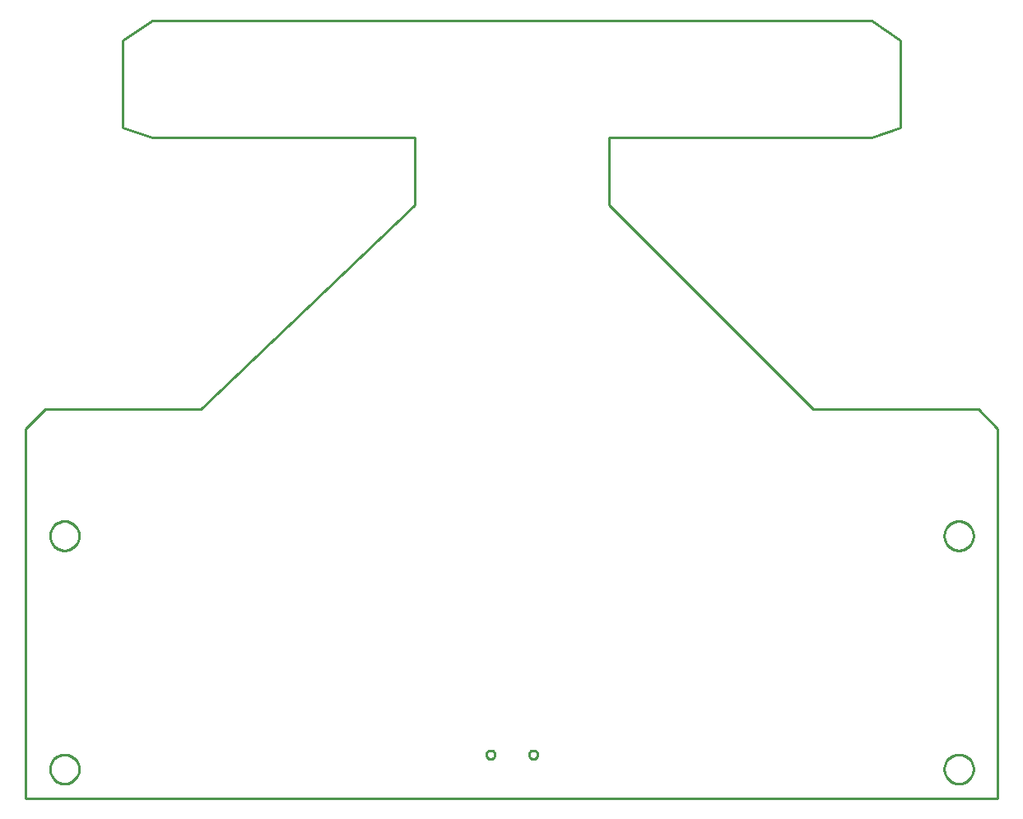
<source format=gbr>
G04 EAGLE Gerber RS-274X export*
G75*
%MOMM*%
%FSLAX34Y34*%
%LPD*%
%IN*%
%IPPOS*%
%AMOC8*
5,1,8,0,0,1.08239X$1,22.5*%
G01*
%ADD10C,0.254000*%


D10*
X0Y0D02*
X1000000Y0D01*
X1000000Y380000D01*
X980000Y400000D01*
X810000Y400000D01*
X600000Y610000D01*
X600000Y680000D01*
X870000Y680000D01*
X900000Y690000D01*
X900000Y780000D01*
X870000Y800000D01*
X130000Y800000D01*
X100000Y780000D01*
X100000Y690000D01*
X130000Y680000D01*
X400000Y680000D01*
X400000Y610000D01*
X180000Y400000D01*
X20000Y400000D01*
X0Y380000D01*
X0Y0D01*
X55000Y29464D02*
X54924Y28396D01*
X54771Y27335D01*
X54543Y26288D01*
X54241Y25260D01*
X53867Y24256D01*
X53422Y23281D01*
X52908Y22341D01*
X52329Y21440D01*
X51687Y20582D01*
X50985Y19772D01*
X50228Y19015D01*
X49418Y18313D01*
X48560Y17671D01*
X47659Y17092D01*
X46719Y16578D01*
X45744Y16133D01*
X44740Y15759D01*
X43712Y15457D01*
X42665Y15229D01*
X41604Y15076D01*
X40536Y15000D01*
X39464Y15000D01*
X38396Y15076D01*
X37335Y15229D01*
X36288Y15457D01*
X35260Y15759D01*
X34256Y16133D01*
X33281Y16578D01*
X32341Y17092D01*
X31440Y17671D01*
X30582Y18313D01*
X29772Y19015D01*
X29015Y19772D01*
X28313Y20582D01*
X27671Y21440D01*
X27092Y22341D01*
X26578Y23281D01*
X26133Y24256D01*
X25759Y25260D01*
X25457Y26288D01*
X25229Y27335D01*
X25076Y28396D01*
X25000Y29464D01*
X25000Y30536D01*
X25076Y31604D01*
X25229Y32665D01*
X25457Y33712D01*
X25759Y34740D01*
X26133Y35744D01*
X26578Y36719D01*
X27092Y37659D01*
X27671Y38560D01*
X28313Y39418D01*
X29015Y40228D01*
X29772Y40985D01*
X30582Y41687D01*
X31440Y42329D01*
X32341Y42908D01*
X33281Y43422D01*
X34256Y43867D01*
X35260Y44241D01*
X36288Y44543D01*
X37335Y44771D01*
X38396Y44924D01*
X39464Y45000D01*
X40536Y45000D01*
X41604Y44924D01*
X42665Y44771D01*
X43712Y44543D01*
X44740Y44241D01*
X45744Y43867D01*
X46719Y43422D01*
X47659Y42908D01*
X48560Y42329D01*
X49418Y41687D01*
X50228Y40985D01*
X50985Y40228D01*
X51687Y39418D01*
X52329Y38560D01*
X52908Y37659D01*
X53422Y36719D01*
X53867Y35744D01*
X54241Y34740D01*
X54543Y33712D01*
X54771Y32665D01*
X54924Y31604D01*
X55000Y30536D01*
X55000Y29464D01*
X55000Y269464D02*
X54924Y268396D01*
X54771Y267335D01*
X54543Y266288D01*
X54241Y265260D01*
X53867Y264256D01*
X53422Y263281D01*
X52908Y262341D01*
X52329Y261440D01*
X51687Y260582D01*
X50985Y259772D01*
X50228Y259015D01*
X49418Y258313D01*
X48560Y257671D01*
X47659Y257092D01*
X46719Y256578D01*
X45744Y256133D01*
X44740Y255759D01*
X43712Y255457D01*
X42665Y255229D01*
X41604Y255076D01*
X40536Y255000D01*
X39464Y255000D01*
X38396Y255076D01*
X37335Y255229D01*
X36288Y255457D01*
X35260Y255759D01*
X34256Y256133D01*
X33281Y256578D01*
X32341Y257092D01*
X31440Y257671D01*
X30582Y258313D01*
X29772Y259015D01*
X29015Y259772D01*
X28313Y260582D01*
X27671Y261440D01*
X27092Y262341D01*
X26578Y263281D01*
X26133Y264256D01*
X25759Y265260D01*
X25457Y266288D01*
X25229Y267335D01*
X25076Y268396D01*
X25000Y269464D01*
X25000Y270536D01*
X25076Y271604D01*
X25229Y272665D01*
X25457Y273712D01*
X25759Y274740D01*
X26133Y275744D01*
X26578Y276719D01*
X27092Y277659D01*
X27671Y278560D01*
X28313Y279418D01*
X29015Y280228D01*
X29772Y280985D01*
X30582Y281687D01*
X31440Y282329D01*
X32341Y282908D01*
X33281Y283422D01*
X34256Y283867D01*
X35260Y284241D01*
X36288Y284543D01*
X37335Y284771D01*
X38396Y284924D01*
X39464Y285000D01*
X40536Y285000D01*
X41604Y284924D01*
X42665Y284771D01*
X43712Y284543D01*
X44740Y284241D01*
X45744Y283867D01*
X46719Y283422D01*
X47659Y282908D01*
X48560Y282329D01*
X49418Y281687D01*
X50228Y280985D01*
X50985Y280228D01*
X51687Y279418D01*
X52329Y278560D01*
X52908Y277659D01*
X53422Y276719D01*
X53867Y275744D01*
X54241Y274740D01*
X54543Y273712D01*
X54771Y272665D01*
X54924Y271604D01*
X55000Y270536D01*
X55000Y269464D01*
X945000Y270536D02*
X945076Y271604D01*
X945229Y272665D01*
X945457Y273712D01*
X945759Y274740D01*
X946133Y275744D01*
X946578Y276719D01*
X947092Y277659D01*
X947671Y278560D01*
X948313Y279418D01*
X949015Y280228D01*
X949772Y280985D01*
X950582Y281687D01*
X951440Y282329D01*
X952341Y282908D01*
X953281Y283422D01*
X954256Y283867D01*
X955260Y284241D01*
X956288Y284543D01*
X957335Y284771D01*
X958396Y284924D01*
X959464Y285000D01*
X960536Y285000D01*
X961604Y284924D01*
X962665Y284771D01*
X963712Y284543D01*
X964740Y284241D01*
X965744Y283867D01*
X966719Y283422D01*
X967659Y282908D01*
X968560Y282329D01*
X969418Y281687D01*
X970228Y280985D01*
X970985Y280228D01*
X971687Y279418D01*
X972329Y278560D01*
X972908Y277659D01*
X973422Y276719D01*
X973867Y275744D01*
X974241Y274740D01*
X974543Y273712D01*
X974771Y272665D01*
X974924Y271604D01*
X975000Y270536D01*
X975000Y269464D01*
X974924Y268396D01*
X974771Y267335D01*
X974543Y266288D01*
X974241Y265260D01*
X973867Y264256D01*
X973422Y263281D01*
X972908Y262341D01*
X972329Y261440D01*
X971687Y260582D01*
X970985Y259772D01*
X970228Y259015D01*
X969418Y258313D01*
X968560Y257671D01*
X967659Y257092D01*
X966719Y256578D01*
X965744Y256133D01*
X964740Y255759D01*
X963712Y255457D01*
X962665Y255229D01*
X961604Y255076D01*
X960536Y255000D01*
X959464Y255000D01*
X958396Y255076D01*
X957335Y255229D01*
X956288Y255457D01*
X955260Y255759D01*
X954256Y256133D01*
X953281Y256578D01*
X952341Y257092D01*
X951440Y257671D01*
X950582Y258313D01*
X949772Y259015D01*
X949015Y259772D01*
X948313Y260582D01*
X947671Y261440D01*
X947092Y262341D01*
X946578Y263281D01*
X946133Y264256D01*
X945759Y265260D01*
X945457Y266288D01*
X945229Y267335D01*
X945076Y268396D01*
X945000Y269464D01*
X945000Y270536D01*
X945000Y30536D02*
X945076Y31604D01*
X945229Y32665D01*
X945457Y33712D01*
X945759Y34740D01*
X946133Y35744D01*
X946578Y36719D01*
X947092Y37659D01*
X947671Y38560D01*
X948313Y39418D01*
X949015Y40228D01*
X949772Y40985D01*
X950582Y41687D01*
X951440Y42329D01*
X952341Y42908D01*
X953281Y43422D01*
X954256Y43867D01*
X955260Y44241D01*
X956288Y44543D01*
X957335Y44771D01*
X958396Y44924D01*
X959464Y45000D01*
X960536Y45000D01*
X961604Y44924D01*
X962665Y44771D01*
X963712Y44543D01*
X964740Y44241D01*
X965744Y43867D01*
X966719Y43422D01*
X967659Y42908D01*
X968560Y42329D01*
X969418Y41687D01*
X970228Y40985D01*
X970985Y40228D01*
X971687Y39418D01*
X972329Y38560D01*
X972908Y37659D01*
X973422Y36719D01*
X973867Y35744D01*
X974241Y34740D01*
X974543Y33712D01*
X974771Y32665D01*
X974924Y31604D01*
X975000Y30536D01*
X975000Y29464D01*
X974924Y28396D01*
X974771Y27335D01*
X974543Y26288D01*
X974241Y25260D01*
X973867Y24256D01*
X973422Y23281D01*
X972908Y22341D01*
X972329Y21440D01*
X971687Y20582D01*
X970985Y19772D01*
X970228Y19015D01*
X969418Y18313D01*
X968560Y17671D01*
X967659Y17092D01*
X966719Y16578D01*
X965744Y16133D01*
X964740Y15759D01*
X963712Y15457D01*
X962665Y15229D01*
X961604Y15076D01*
X960536Y15000D01*
X959464Y15000D01*
X958396Y15076D01*
X957335Y15229D01*
X956288Y15457D01*
X955260Y15759D01*
X954256Y16133D01*
X953281Y16578D01*
X952341Y17092D01*
X951440Y17671D01*
X950582Y18313D01*
X949772Y19015D01*
X949015Y19772D01*
X948313Y20582D01*
X947671Y21440D01*
X947092Y22341D01*
X946578Y23281D01*
X946133Y24256D01*
X945759Y25260D01*
X945457Y26288D01*
X945229Y27335D01*
X945076Y28396D01*
X945000Y29464D01*
X945000Y30536D01*
X478583Y49348D02*
X479168Y49271D01*
X479738Y49118D01*
X480283Y48893D01*
X480793Y48598D01*
X481261Y48239D01*
X481679Y47821D01*
X482038Y47353D01*
X482333Y46843D01*
X482558Y46298D01*
X482711Y45728D01*
X482788Y45143D01*
X482788Y44553D01*
X482711Y43968D01*
X482558Y43398D01*
X482333Y42853D01*
X482038Y42343D01*
X481679Y41875D01*
X481261Y41457D01*
X480793Y41098D01*
X480283Y40803D01*
X479738Y40578D01*
X479168Y40425D01*
X478583Y40348D01*
X477993Y40348D01*
X477408Y40425D01*
X476838Y40578D01*
X476293Y40803D01*
X475783Y41098D01*
X475315Y41457D01*
X474897Y41875D01*
X474538Y42343D01*
X474243Y42853D01*
X474018Y43398D01*
X473865Y43968D01*
X473788Y44553D01*
X473788Y45143D01*
X473865Y45728D01*
X474018Y46298D01*
X474243Y46843D01*
X474538Y47353D01*
X474897Y47821D01*
X475315Y48239D01*
X475783Y48598D01*
X476293Y48893D01*
X476838Y49118D01*
X477408Y49271D01*
X477993Y49348D01*
X478583Y49348D01*
X522583Y49348D02*
X523168Y49271D01*
X523738Y49118D01*
X524283Y48893D01*
X524793Y48598D01*
X525261Y48239D01*
X525679Y47821D01*
X526038Y47353D01*
X526333Y46843D01*
X526558Y46298D01*
X526711Y45728D01*
X526788Y45143D01*
X526788Y44553D01*
X526711Y43968D01*
X526558Y43398D01*
X526333Y42853D01*
X526038Y42343D01*
X525679Y41875D01*
X525261Y41457D01*
X524793Y41098D01*
X524283Y40803D01*
X523738Y40578D01*
X523168Y40425D01*
X522583Y40348D01*
X521993Y40348D01*
X521408Y40425D01*
X520838Y40578D01*
X520293Y40803D01*
X519783Y41098D01*
X519315Y41457D01*
X518897Y41875D01*
X518538Y42343D01*
X518243Y42853D01*
X518018Y43398D01*
X517865Y43968D01*
X517788Y44553D01*
X517788Y45143D01*
X517865Y45728D01*
X518018Y46298D01*
X518243Y46843D01*
X518538Y47353D01*
X518897Y47821D01*
X519315Y48239D01*
X519783Y48598D01*
X520293Y48893D01*
X520838Y49118D01*
X521408Y49271D01*
X521993Y49348D01*
X522583Y49348D01*
M02*

</source>
